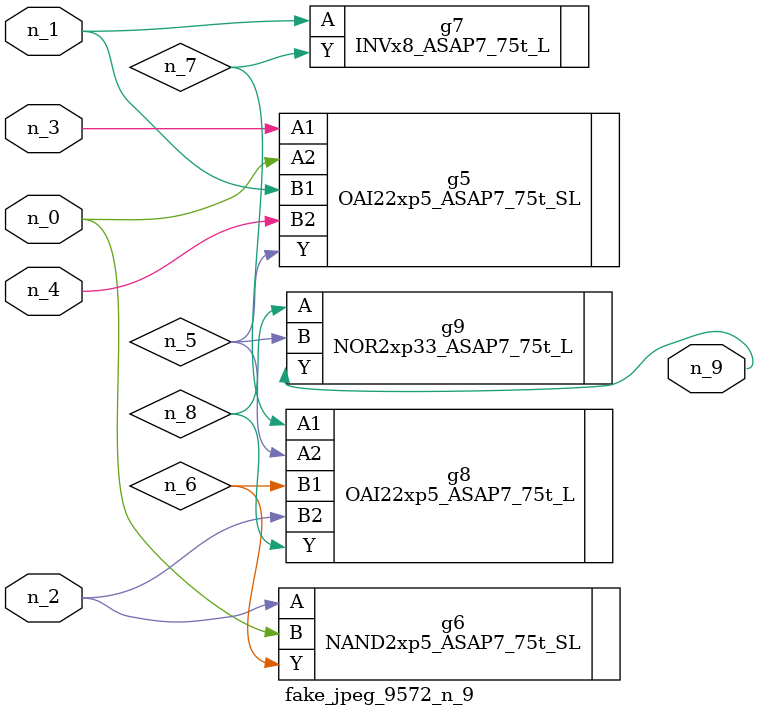
<source format=v>
module fake_jpeg_9572_n_9 (n_3, n_2, n_1, n_0, n_4, n_9);

input n_3;
input n_2;
input n_1;
input n_0;
input n_4;

output n_9;

wire n_8;
wire n_6;
wire n_5;
wire n_7;

OAI22xp5_ASAP7_75t_SL g5 ( 
.A1(n_3),
.A2(n_0),
.B1(n_1),
.B2(n_4),
.Y(n_5)
);

NAND2xp5_ASAP7_75t_SL g6 ( 
.A(n_2),
.B(n_0),
.Y(n_6)
);

INVx8_ASAP7_75t_L g7 ( 
.A(n_1),
.Y(n_7)
);

OAI22xp5_ASAP7_75t_L g8 ( 
.A1(n_7),
.A2(n_5),
.B1(n_6),
.B2(n_2),
.Y(n_8)
);

NOR2xp33_ASAP7_75t_L g9 ( 
.A(n_8),
.B(n_5),
.Y(n_9)
);


endmodule
</source>
